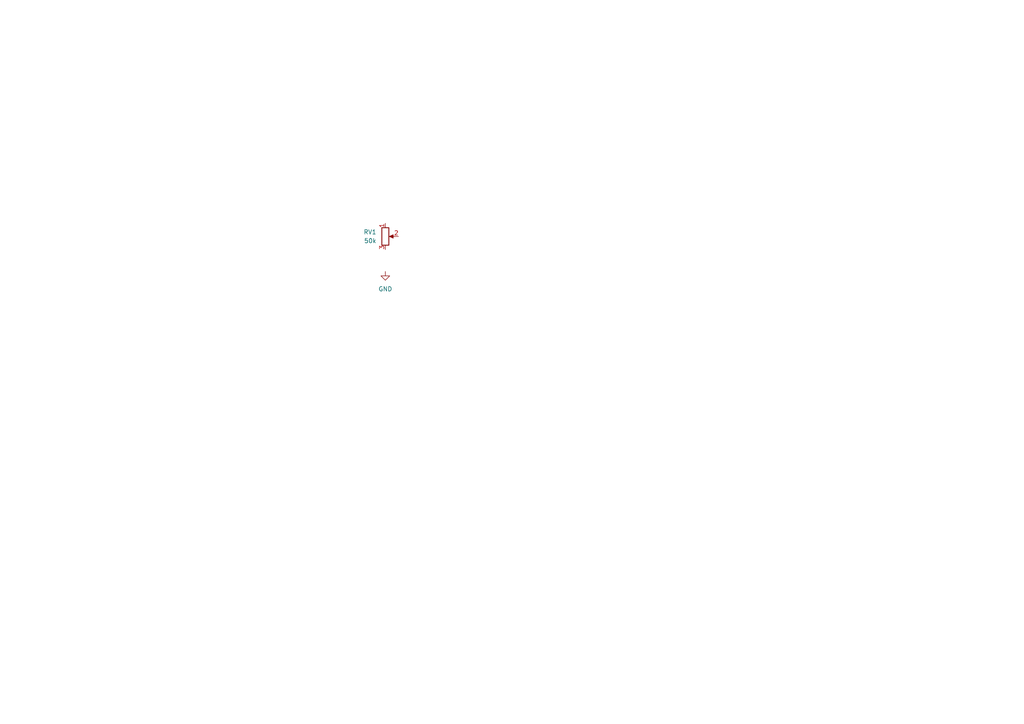
<source format=kicad_sch>
(kicad_sch (version 20230121) (generator eeschema)
  (paper "A4")
  (lib_symbols
    (symbol "Device:R_Potentiometer" (pin_names (offset 1.016) hide)
      (property "Reference" "RV" (at -4.445 0 90))
      (property "Value" "R_Potentiometer" (at -2.54 0 90))
      (symbol "R_Potentiometer_0_1"
        (polyline (pts (xy 2.54 0) (xy 1.524 0)))
        (polyline (pts (xy 1.143 0) (xy 2.286 0.508) (xy 2.286 -0.508) (xy 1.143 0)) (fill (type outline)))
        (rectangle (start 1.016 2.54) (end -1.016 -2.54) (stroke (width 0.254)))
      )
      (symbol "R_Potentiometer_1_1"
        (pin passive line (at 0 3.81 270) (length 1.27) (name "1") (number "1"))
        (pin passive line (at 3.81 0 180) (length 1.27) (name "2") (number "2"))
        (pin passive line (at 0 -3.81 90) (length 1.27) (name "3") (number "3"))
      )
    )
    (symbol "power:GND" (power) (pin_names (offset 0))
      (property "Value" "GND" (at 0 -3.81 0))
      (symbol "GND_0_1"
        (polyline (pts (xy 0 0) (xy 0 -1.27) (xy 1.27 -1.27) (xy 0 -2.54) (xy -1.27 -1.27) (xy 0 -1.27)))
      )
      (symbol "GND_1_1"
        (pin power_in line (at 0 0 270) (length 0) hide (name "GND") (number "1"))
      )
    )
  )
  (symbol (lib_id "Device:R_Potentiometer") (at 111.76 68.58 0) (unit 1)
    (property "Reference" "RV1" (at 109.22 67.31 0) (effects (justify right)))
    (property "Value" "50k" (at 109.22 69.85 0) (effects (justify right)))
    (property "Footprint" "Potentiometer_THT:Potentiometer_Bourns_3386P_Vertical" (effects hide))
  )
  (symbol (lib_id "power:GND") (at 111.76 78.74 0) (unit 1)
    (property "Reference" "#PWR01" (effects hide))
    (property "Value" "GND" (at 111.76 83.82 0))
  )
)
</source>
